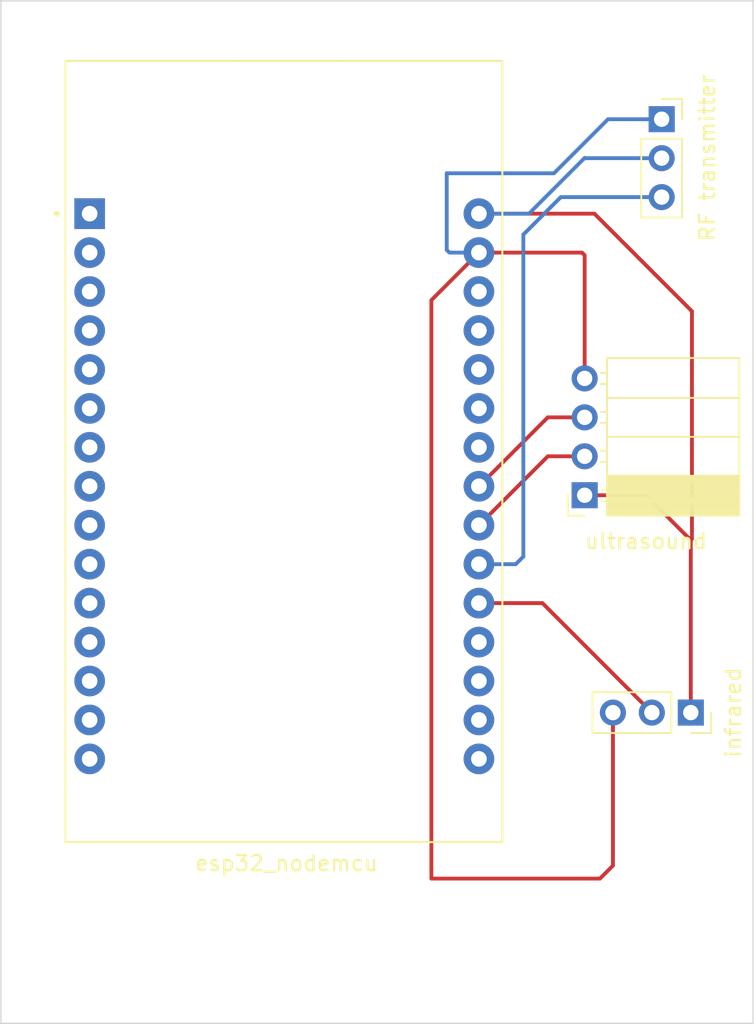
<source format=kicad_pcb>
(kicad_pcb (version 20211014) (generator pcbnew)
  (layers (0 "F.Cu" signal) (31 "B.Cu" signal) (34 "B.Paste" user) (35 "F.Paste" user) (36 "B.SilkS" user "B.Silkscreen") (37 "F.SilkS" user "F.Silkscreen") (38 "B.Mask" user) (39 "F.Mask" user) (44 "Edge.Cuts" user))
  (net 0 "")
  (footprint "Connector_PinSocket_2.54mm:PinSocket_1x03_P2.54mm_Vertical" (layer "F.Cu") (at 101.025 27.475)
    (fp_text reference "RF transmitter" (at 2.975 2.525 90) (layer "F.SilkS"))
    (fp_text value "RF_transmitter")
    (fp_line (start -1.33 1.27) (end -1.33 6.41) (layer "F.SilkS") (width 0.12))
    (fp_line (start -1.33 6.41) (end 1.33 6.41) (layer "F.SilkS") (width 0.12))
    (fp_line (start 1.33 -1.33) (end 1.33 0) (layer "F.SilkS") (width 0.12))
    (fp_line (start 1.33 1.27) (end 1.33 6.41) (layer "F.SilkS") (width 0.12))
    (fp_line (start -1.33 1.27) (end 1.33 1.27) (layer "F.SilkS") (width 0.12))
    (fp_line (start 0 -1.33) (end 1.33 -1.33) (layer "F.SilkS") (width 0.12))
    (pad "1" thru_hole rect (at 0 0) (size 1.7 1.7) (drill 1) (layers *.Cu *.Mask))
    (pad "2" thru_hole oval (at 0 2.54) (size 1.7 1.7) (drill 1) (layers *.Cu *.Mask))
    (pad "3" thru_hole oval (at 0 5.08) (size 1.7 1.7) (drill 1) (layers *.Cu *.Mask))
  )
  (footprint "" (layer "F.Cu") (at 105 22)
    (fp_text reference "" (at 0 0) (layer "F.SilkS") (effects (font (size 1.27 1.27))))
    (fp_text value "" (at 0 0) (layer "F.SilkS") (effects (font (size 1.27 1.27))))
    (pad "" np_thru_hole circle (at 0 0) (size 3 3) (drill 3) (layers *.Cu *.Mask))
  )
  (footprint "Connector_PinSocket_2.54mm:PinSocket_1x03_P2.54mm_Vertical" (layer "F.Cu") (at 102.925 66.175 -90)
    (fp_text reference "infrared" (at 0 -2.77 90) (layer "F.SilkS"))
    (fp_text value "ir")
    (fp_line (start 1.33 -1.33) (end 1.33 0) (layer "F.SilkS") (width 0.12))
    (fp_line (start -1.33 1.27) (end -1.33 6.41) (layer "F.SilkS") (width 0.12))
    (fp_line (start 1.33 1.27) (end 1.33 6.41) (layer "F.SilkS") (width 0.12))
    (fp_line (start 0 -1.33) (end 1.33 -1.33) (layer "F.SilkS") (width 0.12))
    (fp_line (start -1.33 6.41) (end 1.33 6.41) (layer "F.SilkS") (width 0.12))
    (fp_line (start -1.33 1.27) (end 1.33 1.27) (layer "F.SilkS") (width 0.12))
    (pad "1" thru_hole rect (at 0 0 270) (size 1.7 1.7) (drill 1) (layers *.Cu *.Mask))
    (pad "2" thru_hole oval (at 0 2.54 270) (size 1.7 1.7) (drill 1) (layers *.Cu *.Mask))
    (pad "3" thru_hole oval (at 0 5.08 270) (size 1.7 1.7) (drill 1) (layers *.Cu *.Mask))
  )
  (footprint "" (layer "F.Cu") (at 105 84)
    (fp_text reference "" (at 0 0) (layer "F.SilkS") (effects (font (size 1.27 1.27))))
    (fp_text value "" (at 0 0) (layer "F.SilkS") (effects (font (size 1.27 1.27))))
    (pad "" np_thru_hole circle (at 0 0) (size 3 3) (drill 3) (layers *.Cu *.Mask))
  )
  (footprint "Library:MODULE_ESP32_DEVKIT_V1" (layer "F.Cu") (at 76.4 49.15)
    (fp_text reference "esp32_nodemcu" (at 0.1445 26.85) (layer "F.SilkS"))
    (fp_text value "MODULE_ESP32_DEVKIT_V1")
    (fp_line (start 8.78 25.475) (end 14.23 25.475) (layer "F.SilkS") (width 0.127))
    (fp_line (start -14.28 25.475) (end -14.28 -25.475) (layer "F.SilkS") (width 0.127))
    (fp_line (start -14.28 -25.475) (end -3.211 -25.475) (layer "F.SilkS") (width 0.127))
    (fp_line (start 14.23 -25.475) (end 14.23 25.475) (layer "F.SilkS") (width 0.127))
    (fp_line (start 14.23 -25.475) (end 14.23 25.475) (layer "F.SilkS") (width 0.127))
    (fp_line (start 14.23 25.475) (end -14.28 25.475) (layer "F.SilkS") (width 0.127))
    (fp_line (start -14.28 -25.475) (end 14.23 -25.475) (layer "F.SilkS") (width 0.127))
    (fp_line (start -14.28 25.475) (end -14.28 -25.475) (layer "F.SilkS") (width 0.127))
    (fp_line (start 3.5 -25.475) (end 14.23 -25.475) (layer "F.SilkS") (width 0.127))
    (fp_line (start -14.28 25.475) (end -8.91 25.475) (layer "F.SilkS") (width 0.127))
    (fp_line (start -3.211 -25.475) (end 3.5 -25.475) (layer "F.SilkS") (width 0.127))
    (fp_line (start -8.91 25.475) (end 8.78 25.475) (layer "F.SilkS") (width 0.127))
    (fp_circle (center -14.85 -15.515) (end -14.75 -15.515) (layer "F.SilkS") (width 0.2) (fill none))
    (pad "" np_thru_hole circle (at -12.28 -23.475) (size 3 3) (drill 3) (layers *.Cu *.Mask))
    (pad "" np_thru_hole circle (at 12.23 23.475) (size 3 3) (drill 3) (layers *.Cu *.Mask))
    (pad "" np_thru_hole circle (at 12.23 -23.475) (size 3 3) (drill 3) (layers *.Cu *.Mask))
    (pad "" np_thru_hole circle (at -12.28 23.475) (size 3 3) (drill 3) (layers *.Cu *.Mask))
    (pad "1" thru_hole rect (at -12.7 -15.515) (size 2 2) (drill 1.02) (layers *.Cu *.Mask))
    (pad "2" thru_hole circle (at -12.7 -12.975) (size 2 2) (drill 1.02) (layers *.Cu *.Mask))
    (pad "3" thru_hole circle (at -12.7 -10.435) (size 2 2) (drill 1.02) (layers *.Cu *.Mask))
    (pad "4" thru_hole circle (at -12.7 -7.895) (size 2 2) (drill 1.02) (layers *.Cu *.Mask))
    (pad "5" thru_hole circle (at -12.7 -5.355) (size 2 2) (drill 1.02) (layers *.Cu *.Mask))
    (pad "6" thru_hole circle (at -12.7 -2.815) (size 2 2) (drill 1.02) (layers *.Cu *.Mask))
    (pad "7" thru_hole circle (at -12.7 -0.275) (size 2 2) (drill 1.02) (layers *.Cu *.Mask))
    (pad "8" thru_hole circle (at -12.7 2.265) (size 2 2) (drill 1.02) (layers *.Cu *.Mask))
    (pad "9" thru_hole circle (at -12.7 4.805) (size 2 2) (drill 1.02) (layers *.Cu *.Mask))
    (pad "10" thru_hole circle (at -12.7 7.345) (size 2 2) (drill 1.02) (layers *.Cu *.Mask))
    (pad "11" thru_hole circle (at -12.7 9.885) (size 2 2) (drill 1.02) (layers *.Cu *.Mask))
    (pad "12" thru_hole circle (at -12.7 12.425) (size 2 2) (drill 1.02) (layers *.Cu *.Mask))
    (pad "13" thru_hole circle (at -12.7 14.965) (size 2 2) (drill 1.02) (layers *.Cu *.Mask))
    (pad "14" thru_hole circle (at -12.7 17.505) (size 2 2) (drill 1.02) (layers *.Cu *.Mask))
    (pad "15" thru_hole circle (at -12.7 20.045) (size 2 2) (drill 1.02) (layers *.Cu *.Mask))
    (pad "16" thru_hole circle (at 12.7 20.045) (size 2 2) (drill 1.02) (layers *.Cu *.Mask))
    (pad "17" thru_hole circle (at 12.7 17.505) (size 2 2) (drill 1.02) (layers *.Cu *.Mask))
    (pad "18" thru_hole circle (at 12.7 14.965) (size 2 2) (drill 1.02) (layers *.Cu *.Mask))
    (pad "19" thru_hole circle (at 12.7 12.425) (size 2 2) (drill 1.02) (layers *.Cu *.Mask))
    (pad "20" thru_hole circle (at 12.7 9.885) (size 2 2) (drill 1.02) (layers *.Cu *.Mask))
    (pad "21" thru_hole circle (at 12.7 7.345) (size 2 2) (drill 1.02) (layers *.Cu *.Mask))
    (pad "22" thru_hole circle (at 12.7 4.805) (size 2 2) (drill 1.02) (layers *.Cu *.Mask))
    (pad "23" thru_hole circle (at 12.7 2.265) (size 2 2) (drill 1.02) (layers *.Cu *.Mask))
    (pad "24" thru_hole circle (at 12.7 -0.275) (size 2 2) (drill 1.02) (layers *.Cu *.Mask))
    (pad "25" thru_hole circle (at 12.7 -2.815) (size 2 2) (drill 1.02) (layers *.Cu *.Mask))
    (pad "26" thru_hole circle (at 12.7 -5.355) (size 2 2) (drill 1.02) (layers *.Cu *.Mask))
    (pad "27" thru_hole circle (at 12.7 -7.895) (size 2 2) (drill 1.02) (layers *.Cu *.Mask))
    (pad "28" thru_hole circle (at 12.7 -10.435) (size 2 2) (drill 1.02) (layers *.Cu *.Mask))
    (pad "29" thru_hole circle (at 12.7 -12.975) (size 2 2) (drill 1.02) (layers *.Cu *.Mask))
    (pad "30" thru_hole circle (at 12.7 -15.515) (size 2 2) (drill 1.02) (layers *.Cu *.Mask))
  )
  (footprint "Connector_PinSocket_2.54mm:PinSocket_1x04_P2.54mm_Horizontal" (layer "F.Cu") (at 96 52 180)
    (fp_text reference "ultrasound" (at -4 -3) (layer "F.SilkS"))
    (fp_text value "ultrasound")
    (fp_line (start -10.09 -1.21) (end -1.46 -1.21) (layer "F.SilkS") (width 0.12))
    (fp_line (start -10.09 -1.33) (end -1.46 -1.33) (layer "F.SilkS") (width 0.12))
    (fp_line (start -10.09 -0.02905) (end -1.46 -0.02905) (layer "F.SilkS") (width 0.12))
    (fp_line (start -10.09 0.20714) (end -1.46 0.20714) (layer "F.SilkS") (width 0.12))
    (fp_line (start -10.09 0.325235) (end -1.46 0.325235) (layer "F.SilkS") (width 0.12))
    (fp_line (start -10.09 0.797615) (end -1.46 0.797615) (layer "F.SilkS") (width 0.12))
    (fp_line (start -10.09 0.561425) (end -1.46 0.561425) (layer "F.SilkS") (width 0.12))
    (fp_line (start -1.46 -1.33) (end -1.46 8.95) (layer "F.SilkS") (width 0.12))
    (fp_line (start -1.46 2.18) (end -1.05 2.18) (layer "F.SilkS") (width 0.12))
    (fp_line (start -10.09 1.27) (end -1.46 1.27) (layer "F.SilkS") (width 0.12))
    (fp_line (start -10.09 6.35) (end -1.46 6.35) (layer "F.SilkS") (width 0.12))
    (fp_line (start -10.09 1.033805) (end -1.46 1.033805) (layer "F.SilkS") (width 0.12))
    (fp_line (start -10.09 0.91571) (end -1.46 0.91571) (layer "F.SilkS") (width 0.12))
    (fp_line (start -1.46 2.9) (end -1.05 2.9) (layer "F.SilkS") (width 0.12))
    (fp_line (start -10.09 -0.26524) (end -1.46 -0.26524) (layer "F.SilkS") (width 0.12))
    (fp_line (start -1.46 0.36) (end -1.11 0.36) (layer "F.SilkS") (width 0.12))
    (fp_line (start -10.09 -1.091905) (end -1.46 -1.091905) (layer "F.SilkS") (width 0.12))
    (fp_line (start -10.09 -0.73762) (end -1.46 -0.73762) (layer "F.SilkS") (width 0.12))
    (fp_line (start -10.09 -0.855715) (end -1.46 -0.855715) (layer "F.SilkS") (width 0.12))
    (fp_line (start -1.46 4.72) (end -1.05 4.72) (layer "F.SilkS") (width 0.12))
    (fp_line (start -10.09 -0.50143) (end -1.46 -0.50143) (layer "F.SilkS") (width 0.12))
    (fp_line (start -1.46 5.44) (end -1.05 5.44) (layer "F.SilkS") (width 0.12))
    (fp_line (start -10.09 -0.383335) (end -1.46 -0.383335) (layer "F.SilkS") (width 0.12))
    (fp_line (start -10.09 0.67952) (end -1.46 0.67952) (layer "F.SilkS") (width 0.12))
    (fp_line (start -10.09 -1.33) (end -10.09 8.95) (layer "F.SilkS") (width 0.12))
    (fp_line (start -10.09 0.44333) (end -1.46 0.44333) (layer "F.SilkS") (width 0.12))
    (fp_line (start -10.09 3.81) (end -1.46 3.81) (layer "F.SilkS") (width 0.12))
    (fp_line (start -10.09 8.95) (end -1.46 8.95) (layer "F.SilkS") (width 0.12))
    (fp_line (start -1.46 7.98) (end -1.05 7.98) (layer "F.SilkS") (width 0.12))
    (fp_line (start 1.11 -1.33) (end 1.11 0) (layer "F.SilkS") (width 0.12))
    (fp_line (start -10.09 -0.97381) (end -1.46 -0.97381) (layer "F.SilkS") (width 0.12))
    (fp_line (start 0 -1.33) (end 1.11 -1.33) (layer "F.SilkS") (width 0.12))
    (fp_line (start -1.46 -0.36) (end -1.11 -0.36) (layer "F.SilkS") (width 0.12))
    (fp_line (start -10.09 1.1519) (end -1.46 1.1519) (layer "F.SilkS") (width 0.12))
    (fp_line (start -10.09 0.089045) (end -1.46 0.089045) (layer "F.SilkS") (width 0.12))
    (fp_line (start -10.09 -0.147145) (end -1.46 -0.147145) (layer "F.SilkS") (width 0.12))
    (fp_line (start -10.09 -0.619525) (end -1.46 -0.619525) (layer "F.SilkS") (width 0.12))
    (fp_line (start -1.46 7.26) (end -1.05 7.26) (layer "F.SilkS") (width 0.12))
    (pad "1" thru_hole rect (at 0 0 180) (size 1.7 1.7) (drill 1) (layers *.Cu *.Mask))
    (pad "2" thru_hole oval (at 0 2.54 180) (size 1.7 1.7) (drill 1) (layers *.Cu *.Mask))
    (pad "3" thru_hole oval (at 0 5.08 180) (size 1.7 1.7) (drill 1) (layers *.Cu *.Mask))
    (pad "4" thru_hole oval (at 0 7.62 180) (size 1.7 1.7) (drill 1) (layers *.Cu *.Mask))
  )
  (footprint "" (layer "F.Cu") (at 60 22)
    (fp_text reference "" (at 0 0) (layer "F.SilkS") (effects (font (size 1.27 1.27))))
    (fp_text value "" (at 0 0) (layer "F.SilkS") (effects (font (size 1.27 1.27))))
    (pad "" np_thru_hole circle (at 0 0) (size 3 3) (drill 3) (layers *.Cu *.Mask))
  )
  (footprint "" (layer "F.Cu") (at 60 84)
    (fp_text reference "" (at 0 0) (layer "F.SilkS") (effects (font (size 1.27 1.27))))
    (fp_text value "" (at 0 0) (layer "F.SilkS") (effects (font (size 1.27 1.27))))
    (pad "" np_thru_hole circle (at 0 0) (size 3 3) (drill 3) (layers *.Cu *.Mask))
  )
  (gr_rect (start 107 19.75) (end 57.9 86.45) (layer "Edge.Cuts") (width 0.1) (fill none))
  (segment (start 89.1 53.955) (end 93.595 49.46) (width 0.25) (layer "F.Cu") (net 0))
  (segment (start 100 52) (end 96 52) (width 0.25) (layer "F.Cu") (net 0))
  (segment (start 103 54.85) (end 102.925 54.925) (width 0.25) (layer "F.Cu") (net 0))
  (segment (start 89.1 59.035) (end 93.245 59.035) (width 0.25) (layer "F.Cu") (net 0))
  (segment (start 93.595 46.92) (end 96 46.92) (width 0.25) (layer "F.Cu") (net 0))
  (segment (start 89.1 33.635) (end 96.635 33.635) (width 0.25) (layer "F.Cu") (net 0))
  (segment (start 96 36.35) (end 96 44.38) (width 0.25) (layer "F.Cu") (net 0))
  (segment (start 89.1 51.415) (end 93.595 46.92) (width 0.25) (layer "F.Cu") (net 0))
  (segment (start 97.845 76.155) (end 97.845 66.175) (width 0.25) (layer "F.Cu") (net 0))
  (segment (start 102.925 54.925) (end 102.925 66.175) (width 0.25) (layer "F.Cu") (net 0))
  (segment (start 89.1 36.175) (end 86 39.275) (width 0.25) (layer "F.Cu") (net 0))
  (segment (start 97 77) (end 97.845 76.155) (width 0.25) (layer "F.Cu") (net 0))
  (segment (start 95.825 36.175) (end 96 36.35) (width 0.25) (layer "F.Cu") (net 0))
  (segment (start 103 40) (end 103 54.85) (width 0.25) (layer "F.Cu") (net 0))
  (segment (start 86 39.275) (end 86 77) (width 0.25) (layer "F.Cu") (net 0))
  (segment (start 96.635 33.635) (end 103 40) (width 0.25) (layer "F.Cu") (net 0))
  (segment (start 100 52) (end 102.925 54.925) (width 0.25) (layer "F.Cu") (net 0))
  (segment (start 93.245 59.035) (end 100.385 66.175) (width 0.25) (layer "F.Cu") (net 0))
  (segment (start 86 77) (end 97 77) (width 0.25) (layer "F.Cu") (net 0))
  (segment (start 93.595 49.46) (end 96 49.46) (width 0.25) (layer "F.Cu") (net 0))
  (segment (start 89.1 36.175) (end 95.825 36.175) (width 0.25) (layer "F.Cu") (net 0))
  (segment (start 97.525 27.475) (end 101.025 27.475) (width 0.25) (layer "B.Cu") (net 0))
  (segment (start 89.1 33.635) (end 92.365 33.635) (width 0.25) (layer "B.Cu") (net 0))
  (segment (start 94 31) (end 97.525 27.475) (width 0.25) (layer "B.Cu") (net 0))
  (segment (start 87 36) (end 87 31) (width 0.25) (layer "B.Cu") (net 0))
  (segment (start 89.1 56.495) (end 91.505 56.495) (width 0.25) (layer "B.Cu") (net 0))
  (segment (start 96.015 30.015) (end 101.025 30.015) (width 0.25) (layer "B.Cu") (net 0))
  (segment (start 87 31) (end 94 31) (width 0.25) (layer "B.Cu") (net 0))
  (segment (start 92 35) (end 94.445 32.555) (width 0.25) (layer "B.Cu") (net 0))
  (segment (start 92.365 33.635) (end 96 30) (width 0.25) (layer "B.Cu") (net 0))
  (segment (start 94.445 32.555) (end 101.025 32.555) (width 0.25) (layer "B.Cu") (net 0))
  (segment (start 89.1 36.175) (end 87.175 36.175) (width 0.25) (layer "B.Cu") (net 0))
  (segment (start 92 56) (end 92 35) (width 0.25) (layer "B.Cu") (net 0))
  (segment (start 91.505 56.495) (end 92 56) (width 0.25) (layer "B.Cu") (net 0))
  (segment (start 96 30) (end 96.015 30.015) (width 0.25) (layer "B.Cu") (net 0))
  (segment (start 87.175 36.175) (end 87 36) (width 0.25) (layer "B.Cu") (net 0))
)
</source>
